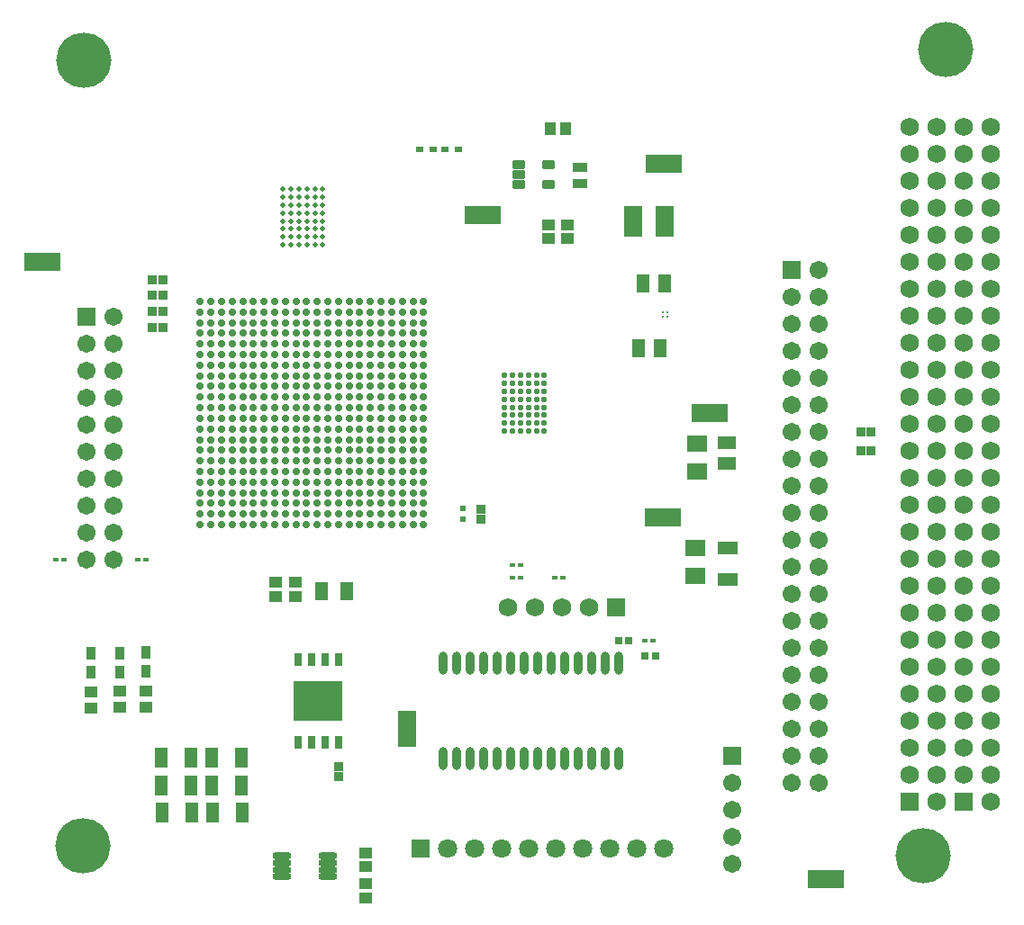
<source format=gbr>
%TF.GenerationSoftware,Altium Limited,Altium Designer,21.5.1 (32)*%
G04 Layer_Color=8388736*
%FSLAX45Y45*%
%MOMM*%
%TF.SameCoordinates,1C786601-62C9-430B-884C-CD9D5B78F05E*%
%TF.FilePolarity,Negative*%
%TF.FileFunction,Soldermask,Top*%
%TF.Part,Single*%
G01*
G75*
%TA.AperFunction,SMDPad,CuDef*%
%ADD13R,3.43000X1.78000*%
%ADD17R,0.50000X0.45000*%
%ADD24R,0.76000X0.72000*%
%ADD26R,0.70000X0.65000*%
%ADD27R,1.78000X3.43000*%
%ADD29R,1.00606X1.30822*%
%ADD30R,1.35000X0.95000*%
%ADD37R,0.50000X0.50000*%
%ADD80R,0.92320X0.96320*%
%ADD82R,0.96320X0.92320*%
%TA.AperFunction,ComponentPad*%
%ADD85R,1.75320X1.75320*%
%ADD86C,1.75320*%
%ADD87C,1.70320*%
%ADD88R,1.70320X1.70320*%
%ADD89C,1.80320*%
%ADD90R,1.80320X1.80320*%
%ADD91R,1.75320X1.75320*%
%ADD92C,5.20320*%
%TA.AperFunction,NonConductor*%
%ADD100C,0.25400*%
%TA.AperFunction,SMDPad,CuDef*%
%ADD104C,0.33000*%
%TA.AperFunction,NonConductor*%
%ADD126R,0.72160X1.01602*%
%ADD127R,1.04953X0.90282*%
%ADD128R,1.10408X1.76426*%
%ADD129R,1.50000X1.50000*%
%ADD130R,1.09227X1.12068*%
%TA.AperFunction,BGAPad,CuDef*%
%ADD131C,0.70320*%
%TA.AperFunction,SMDPad,CuDef*%
%ADD132R,1.15320X1.65320*%
%ADD133R,4.60320X3.70320*%
%ADD134R,0.65320X1.15320*%
%ADD135O,1.80320X0.65320*%
%ADD136O,0.80320X2.20320*%
%ADD137R,1.30320X1.95320*%
%ADD138R,1.30320X1.10320*%
%ADD139R,1.15320X1.75320*%
%ADD140R,1.15320X1.00320*%
%ADD141R,1.80320X3.00320*%
G04:AMPARAMS|DCode=142|XSize=0.8032mm|YSize=1.2032mm|CornerRadius=0.1526mm|HoleSize=0mm|Usage=FLASHONLY|Rotation=90.000|XOffset=0mm|YOffset=0mm|HoleType=Round|Shape=RoundedRectangle|*
%AMROUNDEDRECTD142*
21,1,0.80320,0.89800,0,0,90.0*
21,1,0.49800,1.20320,0,0,90.0*
1,1,0.30520,0.44900,0.24900*
1,1,0.30520,0.44900,-0.24900*
1,1,0.30520,-0.44900,-0.24900*
1,1,0.30520,-0.44900,0.24900*
%
%ADD142ROUNDEDRECTD142*%
%ADD143R,1.95320X1.20320*%
%ADD144R,1.65320X1.15320*%
%ADD145R,1.90320X1.55320*%
%ADD146R,0.68320X0.60320*%
%TA.AperFunction,BGAPad,CuDef*%
%ADD147C,0.53320*%
%ADD148C,0.49320*%
%TA.AperFunction,SMDPad,CuDef*%
%ADD149R,1.20320X1.05320*%
%ADD150R,0.90320X1.20320*%
D13*
X2975492Y8915489D02*
D03*
X10334747Y3102031D02*
D03*
X8811603Y9833049D02*
D03*
X7112290Y9352386D02*
D03*
X9249999Y7487498D02*
D03*
X8802011Y6505486D02*
D03*
D17*
X3175193Y6108700D02*
D03*
X3100192D02*
D03*
X7465898Y5941268D02*
D03*
X7390897D02*
D03*
X7788692D02*
D03*
X7863693D02*
D03*
X8711281Y5345897D02*
D03*
X8636279D02*
D03*
X7390897Y6059907D02*
D03*
X7465898D02*
D03*
X3944386Y6108700D02*
D03*
X3869385D02*
D03*
D24*
X8638281Y5208351D02*
D03*
X8734283D02*
D03*
D26*
X8393359Y5345897D02*
D03*
X8488355D02*
D03*
D27*
X6400787Y4520676D02*
D03*
D29*
X7894015Y10165650D02*
D03*
X7748799D02*
D03*
D30*
X8023984Y9652313D02*
D03*
Y9802315D02*
D03*
D37*
X6927555Y6590599D02*
D03*
Y6490599D02*
D03*
D80*
X5756250Y4070345D02*
D03*
Y4166342D02*
D03*
X7093443Y6586774D02*
D03*
Y6490772D02*
D03*
D82*
X4008907Y8596996D02*
D03*
X4008897Y8747420D02*
D03*
X4008902Y8446572D02*
D03*
X4008897Y8296143D02*
D03*
X10761208Y7313900D02*
D03*
Y7137400D02*
D03*
X10665206Y7313900D02*
D03*
Y7137400D02*
D03*
X4104899Y8747420D02*
D03*
X4104909Y8596996D02*
D03*
X4104899Y8296143D02*
D03*
X4104904Y8446572D02*
D03*
D85*
X11633200Y3835400D02*
D03*
X11125200D02*
D03*
D86*
X11633200Y4089400D02*
D03*
Y4343400D02*
D03*
Y4597400D02*
D03*
Y4851400D02*
D03*
Y5105400D02*
D03*
Y5359400D02*
D03*
Y5613400D02*
D03*
Y5867400D02*
D03*
Y6121400D02*
D03*
Y6375400D02*
D03*
Y6629400D02*
D03*
Y6883400D02*
D03*
Y7137400D02*
D03*
Y7391400D02*
D03*
Y7645400D02*
D03*
Y7899400D02*
D03*
Y8153400D02*
D03*
Y8407400D02*
D03*
Y8661400D02*
D03*
Y8915400D02*
D03*
Y9169400D02*
D03*
Y9423400D02*
D03*
Y9677400D02*
D03*
Y9931400D02*
D03*
Y10185400D02*
D03*
X11887200Y3835400D02*
D03*
Y4089400D02*
D03*
Y4343400D02*
D03*
Y4597400D02*
D03*
Y4851400D02*
D03*
Y5105400D02*
D03*
Y5359400D02*
D03*
Y5613400D02*
D03*
Y5867400D02*
D03*
Y6121400D02*
D03*
Y6375400D02*
D03*
Y6629400D02*
D03*
Y6883400D02*
D03*
Y7137400D02*
D03*
Y7391400D02*
D03*
Y7645400D02*
D03*
Y7899400D02*
D03*
Y8153400D02*
D03*
Y8407400D02*
D03*
Y8661400D02*
D03*
Y8915400D02*
D03*
Y9169400D02*
D03*
Y9423400D02*
D03*
Y9677400D02*
D03*
Y9931400D02*
D03*
Y10185400D02*
D03*
X11379200D02*
D03*
Y9931400D02*
D03*
Y9677400D02*
D03*
Y9423400D02*
D03*
Y9169400D02*
D03*
Y8915400D02*
D03*
Y8661400D02*
D03*
Y8407400D02*
D03*
Y8153400D02*
D03*
Y7899400D02*
D03*
Y7645400D02*
D03*
Y7391400D02*
D03*
Y6883400D02*
D03*
Y6629400D02*
D03*
Y6375400D02*
D03*
Y6121400D02*
D03*
Y5867400D02*
D03*
Y5613400D02*
D03*
Y5359400D02*
D03*
Y5105400D02*
D03*
Y4851400D02*
D03*
Y4597400D02*
D03*
Y4343400D02*
D03*
Y4089400D02*
D03*
Y3835400D02*
D03*
X11125200Y10185400D02*
D03*
Y9931400D02*
D03*
Y9677400D02*
D03*
Y9423400D02*
D03*
Y9169400D02*
D03*
Y8915400D02*
D03*
Y8661400D02*
D03*
Y8407400D02*
D03*
Y8153400D02*
D03*
Y7899400D02*
D03*
Y7645400D02*
D03*
Y7391400D02*
D03*
Y6883400D02*
D03*
Y6629400D02*
D03*
Y6375400D02*
D03*
Y6121400D02*
D03*
Y5867400D02*
D03*
Y5613400D02*
D03*
Y5359400D02*
D03*
Y5105400D02*
D03*
Y4851400D02*
D03*
Y4597400D02*
D03*
Y4343400D02*
D03*
Y4089400D02*
D03*
X11379200Y7137400D02*
D03*
X11125200D02*
D03*
X7350902Y5666110D02*
D03*
X7604902D02*
D03*
X7858902D02*
D03*
X8112902D02*
D03*
D87*
X9459628Y4007665D02*
D03*
Y3245665D02*
D03*
Y3499665D02*
D03*
Y3753665D02*
D03*
X10274300Y4013200D02*
D03*
X10020300D02*
D03*
X10274300Y4267200D02*
D03*
X10020300D02*
D03*
X10274300Y4521200D02*
D03*
X10020300D02*
D03*
X10274300Y4775200D02*
D03*
X10020300D02*
D03*
X10274300Y5029200D02*
D03*
X10020300D02*
D03*
X10274300Y5283200D02*
D03*
X10020300D02*
D03*
X10274300Y5537200D02*
D03*
X10020300D02*
D03*
X10274300Y5791200D02*
D03*
X10020300D02*
D03*
X10274300Y6045200D02*
D03*
X10020300D02*
D03*
X10274300Y6299200D02*
D03*
X10020300D02*
D03*
X10274300Y6553200D02*
D03*
X10020300D02*
D03*
X10274300Y6807200D02*
D03*
X10020300D02*
D03*
X10274300Y7061200D02*
D03*
X10020300D02*
D03*
X10274300Y7315200D02*
D03*
X10020300D02*
D03*
X10274300Y7569200D02*
D03*
X10020300D02*
D03*
X10274300Y7823200D02*
D03*
X10020300D02*
D03*
X10274300Y8077200D02*
D03*
X10020300D02*
D03*
X10274300Y8331200D02*
D03*
X10020300D02*
D03*
X10274300Y8585200D02*
D03*
X10020300D02*
D03*
X10274300Y8839200D02*
D03*
X3644900Y8394700D02*
D03*
X3390900Y8140700D02*
D03*
X3644900D02*
D03*
X3390900Y7886700D02*
D03*
X3644900D02*
D03*
X3390900Y7632700D02*
D03*
X3644900D02*
D03*
X3390900Y7378700D02*
D03*
X3644900D02*
D03*
X3390900Y7124700D02*
D03*
X3644900D02*
D03*
X3390900Y6870700D02*
D03*
X3644900D02*
D03*
X3390900Y6616700D02*
D03*
X3644900D02*
D03*
X3390900Y6362700D02*
D03*
X3644900D02*
D03*
X3390900Y6108700D02*
D03*
X3644900D02*
D03*
D88*
X9459628Y4261665D02*
D03*
X10020300Y8839200D02*
D03*
X3390900Y8394700D02*
D03*
D89*
X8810371Y3395889D02*
D03*
X8556371D02*
D03*
X7794371D02*
D03*
X7286371D02*
D03*
X6778371D02*
D03*
X7032371D02*
D03*
X7540371D02*
D03*
X8048371D02*
D03*
X8302371D02*
D03*
D90*
X6524371D02*
D03*
D91*
X8366902Y5666110D02*
D03*
D92*
X3365500Y10807700D02*
D03*
X11468100Y10909300D02*
D03*
X11252200Y3327400D02*
D03*
X3352800Y3416300D02*
D03*
D100*
X3711452Y6108700D02*
G03*
X3711452Y6108700I-66552J0D01*
G01*
X3457452D02*
G03*
X3457452Y6108700I-66552J0D01*
G01*
X3711452Y6362700D02*
G03*
X3711452Y6362700I-66552J0D01*
G01*
X3457452D02*
G03*
X3457452Y6362700I-66552J0D01*
G01*
X3711452Y6616700D02*
G03*
X3711452Y6616700I-66552J0D01*
G01*
Y6870700D02*
G03*
X3711452Y6870700I-66552J0D01*
G01*
Y7124700D02*
G03*
X3711452Y7124700I-66552J0D01*
G01*
X3457452D02*
G03*
X3457452Y7124700I-66552J0D01*
G01*
X3711452Y7378700D02*
G03*
X3711452Y7378700I-66552J0D01*
G01*
X3457452D02*
G03*
X3457452Y7378700I-66552J0D01*
G01*
X3711452Y7632700D02*
G03*
X3711452Y7632700I-66552J0D01*
G01*
X3457452D02*
G03*
X3457452Y7632700I-66552J0D01*
G01*
X3711452Y7886700D02*
G03*
X3711452Y7886700I-66552J0D01*
G01*
X3457452D02*
G03*
X3457452Y7886700I-66552J0D01*
G01*
X3711452Y8140700D02*
G03*
X3711452Y8140700I-66552J0D01*
G01*
X3457452D02*
G03*
X3457452Y8140700I-66552J0D01*
G01*
X3711452Y8394700D02*
G03*
X3711452Y8394700I-66552J0D01*
G01*
X9526180Y3245665D02*
G03*
X9526180Y3245665I-66552J0D01*
G01*
Y3499665D02*
G03*
X9526180Y3499665I-66552J0D01*
G01*
Y3753665D02*
G03*
X9526180Y3753665I-66552J0D01*
G01*
Y4007665D02*
G03*
X9526180Y4007665I-66552J0D01*
G01*
X10340852Y4013200D02*
G03*
X10340852Y4013200I-66552J0D01*
G01*
X10086852D02*
G03*
X10086852Y4013200I-66552J0D01*
G01*
X10340852Y4267200D02*
G03*
X10340852Y4267200I-66552J0D01*
G01*
X10086852D02*
G03*
X10086852Y4267200I-66552J0D01*
G01*
X10340852Y4521200D02*
G03*
X10340852Y4521200I-66552J0D01*
G01*
X10086852D02*
G03*
X10086852Y4521200I-66552J0D01*
G01*
X10340852Y4775200D02*
G03*
X10340852Y4775200I-66552J0D01*
G01*
X10086852D02*
G03*
X10086852Y4775200I-66552J0D01*
G01*
X10340852Y5029200D02*
G03*
X10340852Y5029200I-66552J0D01*
G01*
X10086852D02*
G03*
X10086852Y5029200I-66552J0D01*
G01*
X10340852Y5283200D02*
G03*
X10340852Y5283200I-66552J0D01*
G01*
X10086852D02*
G03*
X10086852Y5283200I-66552J0D01*
G01*
X10340852Y5537200D02*
G03*
X10340852Y5537200I-66552J0D01*
G01*
X10086852D02*
G03*
X10086852Y5537200I-66552J0D01*
G01*
X10340852Y5791200D02*
G03*
X10340852Y5791200I-66552J0D01*
G01*
X10086852D02*
G03*
X10086852Y5791200I-66552J0D01*
G01*
X10340852Y6045200D02*
G03*
X10340852Y6045200I-66552J0D01*
G01*
X10086852D02*
G03*
X10086852Y6045200I-66552J0D01*
G01*
X10340852Y6299200D02*
G03*
X10340852Y6299200I-66552J0D01*
G01*
X10086852D02*
G03*
X10086852Y6299200I-66552J0D01*
G01*
X10340852Y6553200D02*
G03*
X10340852Y6553200I-66552J0D01*
G01*
X10086852D02*
G03*
X10086852Y6553200I-66552J0D01*
G01*
X10340852Y6807200D02*
G03*
X10340852Y6807200I-66552J0D01*
G01*
X10086852D02*
G03*
X10086852Y6807200I-66552J0D01*
G01*
X10340852Y7061200D02*
G03*
X10340852Y7061200I-66552J0D01*
G01*
X10086852D02*
G03*
X10086852Y7061200I-66552J0D01*
G01*
X10340852Y7315200D02*
G03*
X10340852Y7315200I-66552J0D01*
G01*
X10086852D02*
G03*
X10086852Y7315200I-66552J0D01*
G01*
X10340852Y7569200D02*
G03*
X10340852Y7569200I-66552J0D01*
G01*
X10086852D02*
G03*
X10086852Y7569200I-66552J0D01*
G01*
X10340852Y7823200D02*
G03*
X10340852Y7823200I-66552J0D01*
G01*
X10086852D02*
G03*
X10086852Y7823200I-66552J0D01*
G01*
X10340852Y8077200D02*
G03*
X10340852Y8077200I-66552J0D01*
G01*
X10086852D02*
G03*
X10086852Y8077200I-66552J0D01*
G01*
X10340852Y8331200D02*
G03*
X10340852Y8331200I-66552J0D01*
G01*
X10086852D02*
G03*
X10086852Y8331200I-66552J0D01*
G01*
X10341166Y8839200D02*
G03*
X10341166Y8839200I-66552J0D01*
G01*
X10340613Y8585200D02*
G03*
X10340613Y8585200I-66552J0D01*
G01*
X10086852D02*
G03*
X10086852Y8585200I-66552J0D01*
G01*
D104*
X8809469Y8394958D02*
D03*
Y8434958D02*
D03*
X8849469Y8394958D02*
D03*
Y8434958D02*
D03*
D126*
X3947141Y5239549D02*
D03*
X3945145Y5060014D02*
D03*
X3701660Y5227724D02*
D03*
X3699665Y5048190D02*
D03*
X3430028D02*
D03*
X3432023Y5227724D02*
D03*
D127*
X3431790Y4865627D02*
D03*
X3701427Y4874435D02*
D03*
X3946557Y4874236D02*
D03*
Y4724901D02*
D03*
X3701427Y4723699D02*
D03*
X3431790Y4716892D02*
D03*
D128*
X4563493Y4248293D02*
D03*
X4844109D02*
D03*
Y4250736D02*
D03*
X4563493D02*
D03*
X4843524Y3987867D02*
D03*
X4562908D02*
D03*
X4852302Y3727441D02*
D03*
X4571686D02*
D03*
X4097094D02*
D03*
X4377711D02*
D03*
X4088316Y3987867D02*
D03*
X4368932D02*
D03*
X4088901Y4250736D02*
D03*
X4369517D02*
D03*
Y4248293D02*
D03*
X4088901D02*
D03*
D129*
X3390900Y8394700D02*
D03*
X9459628Y4261665D02*
D03*
X10020300Y8839200D02*
D03*
D130*
X3644540Y6109799D02*
D03*
X3390540D02*
D03*
X3644540Y6363799D02*
D03*
X3390540D02*
D03*
X3644540Y6617799D02*
D03*
Y6871799D02*
D03*
Y7125799D02*
D03*
X3390540D02*
D03*
X3644540Y7379799D02*
D03*
X3390540D02*
D03*
X3644540Y7633799D02*
D03*
X3390540D02*
D03*
X3644540Y7887799D02*
D03*
X3390540D02*
D03*
X3644540Y8141799D02*
D03*
X3390540D02*
D03*
X3644540Y8395799D02*
D03*
X9459268Y3246764D02*
D03*
Y3500764D02*
D03*
Y3754764D02*
D03*
Y4008764D02*
D03*
X10273940Y4014299D02*
D03*
X10019940D02*
D03*
X10273940Y4268299D02*
D03*
X10019940D02*
D03*
X10273940Y4522299D02*
D03*
X10019940D02*
D03*
X10273940Y4776299D02*
D03*
X10019940D02*
D03*
X10273940Y5030299D02*
D03*
X10019940D02*
D03*
X10273940Y5284299D02*
D03*
X10019940D02*
D03*
X10273940Y5538299D02*
D03*
X10019940D02*
D03*
X10273940Y5792299D02*
D03*
X10019940D02*
D03*
X10273940Y6046299D02*
D03*
X10019940D02*
D03*
X10273940Y6300299D02*
D03*
X10019940D02*
D03*
X10273940Y6554299D02*
D03*
X10019940D02*
D03*
X10273940Y6808299D02*
D03*
X10019940D02*
D03*
X10273940Y7062299D02*
D03*
X10019940D02*
D03*
X10273940Y7316299D02*
D03*
X10019940D02*
D03*
X10273940Y7570299D02*
D03*
X10019940D02*
D03*
X10273940Y7824299D02*
D03*
X10019940D02*
D03*
X10273940Y8078299D02*
D03*
X10019940D02*
D03*
X10273940Y8332299D02*
D03*
X10019940D02*
D03*
X10274254Y8840299D02*
D03*
X10273701Y8586299D02*
D03*
X10019940D02*
D03*
D131*
X6556995Y6440602D02*
D03*
X5856996Y8340598D02*
D03*
X6356995Y7740599D02*
D03*
Y7840599D02*
D03*
X5656997Y7740599D02*
D03*
X5556997D02*
D03*
X5456997D02*
D03*
X6356995Y7240600D02*
D03*
X5756996Y7440600D02*
D03*
X6356995Y7140600D02*
D03*
X5856996Y6640601D02*
D03*
X5756996Y7640599D02*
D03*
Y7540600D02*
D03*
Y7340600D02*
D03*
X5656997Y7240600D02*
D03*
X5556997D02*
D03*
X5456997D02*
D03*
X5156998Y8340598D02*
D03*
X5356997Y7740599D02*
D03*
X5256997Y7640599D02*
D03*
Y7540600D02*
D03*
X4656999Y7840599D02*
D03*
Y7740599D02*
D03*
X5256997Y7440600D02*
D03*
X5356997Y7240600D02*
D03*
X5256997Y7340600D02*
D03*
X5156998Y6640601D02*
D03*
X4656999Y7240600D02*
D03*
Y7140600D02*
D03*
X6556995Y8340598D02*
D03*
X6456995Y8440598D02*
D03*
X6356995Y8540603D02*
D03*
X5956996Y8040599D02*
D03*
X6056996D02*
D03*
X5856996Y7840599D02*
D03*
X6056996D02*
D03*
X5856996Y7740599D02*
D03*
Y7640599D02*
D03*
X4656999Y8540603D02*
D03*
X4556999Y8440598D02*
D03*
X4956998Y8040599D02*
D03*
X4456999Y8340598D02*
D03*
X5656997Y7840599D02*
D03*
X5756996D02*
D03*
X5256997D02*
D03*
X5356997D02*
D03*
X5156998D02*
D03*
Y7740599D02*
D03*
Y7640599D02*
D03*
X6056996Y6940601D02*
D03*
X5856996Y7340600D02*
D03*
Y7240600D02*
D03*
Y7140600D02*
D03*
X5756996D02*
D03*
X6556995Y6640601D02*
D03*
X6456995Y6540602D02*
D03*
X6356995Y6440602D02*
D03*
X5256997Y7140600D02*
D03*
X5356997D02*
D03*
X5156998Y7240600D02*
D03*
Y7140600D02*
D03*
X5656997D02*
D03*
X5156998Y7340600D02*
D03*
X4956998Y6940601D02*
D03*
X4556999Y6540602D02*
D03*
X4656999Y6440602D02*
D03*
X4456999Y6640601D02*
D03*
Y6440602D02*
D03*
Y6540602D02*
D03*
Y6740601D02*
D03*
Y6840601D02*
D03*
Y6940601D02*
D03*
Y7040601D02*
D03*
Y7140600D02*
D03*
Y7240600D02*
D03*
Y7340600D02*
D03*
Y7440600D02*
D03*
Y7540600D02*
D03*
Y7640599D02*
D03*
Y7740599D02*
D03*
Y7840599D02*
D03*
Y7940599D02*
D03*
Y8040599D02*
D03*
Y8140598D02*
D03*
Y8240598D02*
D03*
Y8440598D02*
D03*
Y8540603D02*
D03*
X4556999Y6440602D02*
D03*
Y6640601D02*
D03*
Y6740601D02*
D03*
Y6840601D02*
D03*
Y6940601D02*
D03*
Y7040601D02*
D03*
Y7140600D02*
D03*
Y7240600D02*
D03*
Y7340600D02*
D03*
Y7440600D02*
D03*
Y7540600D02*
D03*
Y7640599D02*
D03*
Y7740599D02*
D03*
Y7840599D02*
D03*
Y7940599D02*
D03*
Y8040599D02*
D03*
Y8140598D02*
D03*
Y8240598D02*
D03*
Y8340598D02*
D03*
Y8540603D02*
D03*
X4656999Y6540602D02*
D03*
Y6640601D02*
D03*
Y6740601D02*
D03*
Y6840601D02*
D03*
Y6940601D02*
D03*
Y7040601D02*
D03*
Y7340600D02*
D03*
Y7440600D02*
D03*
Y7540600D02*
D03*
Y7640599D02*
D03*
Y7940599D02*
D03*
Y8040599D02*
D03*
Y8140598D02*
D03*
Y8240598D02*
D03*
Y8340598D02*
D03*
Y8440598D02*
D03*
X4756998Y6440602D02*
D03*
Y6540602D02*
D03*
Y6640601D02*
D03*
Y6740601D02*
D03*
Y6840601D02*
D03*
Y6940601D02*
D03*
Y7040601D02*
D03*
Y7140600D02*
D03*
Y7240600D02*
D03*
Y7340600D02*
D03*
Y7440600D02*
D03*
Y7540600D02*
D03*
Y7640599D02*
D03*
Y7740599D02*
D03*
Y7840599D02*
D03*
Y7940599D02*
D03*
Y8040599D02*
D03*
Y8140598D02*
D03*
Y8240598D02*
D03*
Y8340598D02*
D03*
Y8440598D02*
D03*
Y8540603D02*
D03*
X4856998Y6440602D02*
D03*
Y6540602D02*
D03*
Y6640601D02*
D03*
Y6740601D02*
D03*
Y6840601D02*
D03*
Y6940601D02*
D03*
Y7040601D02*
D03*
Y7140600D02*
D03*
Y7240600D02*
D03*
Y7340600D02*
D03*
Y7440600D02*
D03*
Y7540600D02*
D03*
Y7640599D02*
D03*
Y7740599D02*
D03*
Y7840599D02*
D03*
Y7940599D02*
D03*
Y8040599D02*
D03*
Y8140598D02*
D03*
Y8240598D02*
D03*
Y8340598D02*
D03*
Y8440598D02*
D03*
Y8540603D02*
D03*
X4956998Y6440602D02*
D03*
Y6540602D02*
D03*
Y6640601D02*
D03*
Y6740601D02*
D03*
Y6840601D02*
D03*
Y7040601D02*
D03*
Y7140600D02*
D03*
Y7240600D02*
D03*
Y7340600D02*
D03*
Y7440600D02*
D03*
Y7540600D02*
D03*
Y7640599D02*
D03*
Y7740599D02*
D03*
Y7840599D02*
D03*
Y7940599D02*
D03*
Y8140598D02*
D03*
Y8240598D02*
D03*
Y8340598D02*
D03*
Y8440598D02*
D03*
Y8540603D02*
D03*
X5056998Y6440602D02*
D03*
Y6540602D02*
D03*
Y6640601D02*
D03*
Y6740601D02*
D03*
Y6840601D02*
D03*
Y6940601D02*
D03*
Y7040601D02*
D03*
Y7140600D02*
D03*
Y7240600D02*
D03*
Y7340600D02*
D03*
Y7440600D02*
D03*
Y7540600D02*
D03*
Y7640599D02*
D03*
Y7740599D02*
D03*
Y7840599D02*
D03*
Y7940599D02*
D03*
Y8040599D02*
D03*
Y8140598D02*
D03*
Y8240598D02*
D03*
Y8340598D02*
D03*
Y8440598D02*
D03*
Y8540603D02*
D03*
X5156998Y6440602D02*
D03*
Y6540602D02*
D03*
Y6740601D02*
D03*
Y6840601D02*
D03*
Y6940601D02*
D03*
Y7040601D02*
D03*
Y7440600D02*
D03*
Y7540600D02*
D03*
Y7940599D02*
D03*
Y8040599D02*
D03*
Y8140598D02*
D03*
Y8240598D02*
D03*
Y8440598D02*
D03*
Y8540603D02*
D03*
X5256997Y6440602D02*
D03*
Y6540602D02*
D03*
Y6640601D02*
D03*
Y6740601D02*
D03*
Y6840601D02*
D03*
Y6940601D02*
D03*
Y7040601D02*
D03*
Y7240600D02*
D03*
Y7740599D02*
D03*
Y7940599D02*
D03*
Y8040599D02*
D03*
Y8140598D02*
D03*
Y8240598D02*
D03*
Y8340598D02*
D03*
Y8440598D02*
D03*
Y8540603D02*
D03*
X5356997Y6440602D02*
D03*
Y6540602D02*
D03*
Y6640601D02*
D03*
Y6740601D02*
D03*
Y6840601D02*
D03*
Y6940601D02*
D03*
Y7040601D02*
D03*
Y7340600D02*
D03*
Y7440600D02*
D03*
Y7540600D02*
D03*
Y7640599D02*
D03*
Y7940599D02*
D03*
Y8040599D02*
D03*
Y8140598D02*
D03*
Y8240598D02*
D03*
Y8340598D02*
D03*
Y8440598D02*
D03*
Y8540603D02*
D03*
X5456997Y6440602D02*
D03*
Y6540602D02*
D03*
Y6640601D02*
D03*
Y6740601D02*
D03*
Y6840601D02*
D03*
Y6940601D02*
D03*
Y7040601D02*
D03*
Y7140600D02*
D03*
Y7340600D02*
D03*
Y7440600D02*
D03*
Y7540600D02*
D03*
Y7640599D02*
D03*
Y7840599D02*
D03*
Y7940599D02*
D03*
Y8040599D02*
D03*
Y8140598D02*
D03*
Y8240598D02*
D03*
Y8340598D02*
D03*
Y8440598D02*
D03*
Y8540603D02*
D03*
X5556997Y6440602D02*
D03*
Y6540602D02*
D03*
Y6640601D02*
D03*
Y6740601D02*
D03*
Y6840601D02*
D03*
Y6940601D02*
D03*
Y7040601D02*
D03*
Y7140600D02*
D03*
Y7340600D02*
D03*
Y7440600D02*
D03*
Y7540600D02*
D03*
Y7640599D02*
D03*
Y7840599D02*
D03*
Y7940599D02*
D03*
Y8040599D02*
D03*
Y8140598D02*
D03*
Y8240598D02*
D03*
Y8340598D02*
D03*
Y8440598D02*
D03*
Y8540603D02*
D03*
X5656997Y6440602D02*
D03*
Y6540602D02*
D03*
Y6640601D02*
D03*
Y6740601D02*
D03*
Y6840601D02*
D03*
Y6940601D02*
D03*
Y7040601D02*
D03*
Y7340600D02*
D03*
Y7440600D02*
D03*
Y7540600D02*
D03*
Y7640599D02*
D03*
Y7940599D02*
D03*
Y8040599D02*
D03*
Y8140598D02*
D03*
Y8240598D02*
D03*
Y8340598D02*
D03*
Y8440598D02*
D03*
Y8540603D02*
D03*
X5756996Y6440602D02*
D03*
Y6540602D02*
D03*
Y6640601D02*
D03*
Y6740601D02*
D03*
Y6840601D02*
D03*
Y6940601D02*
D03*
Y7040601D02*
D03*
Y7240600D02*
D03*
Y7740599D02*
D03*
Y7940599D02*
D03*
Y8040599D02*
D03*
Y8140598D02*
D03*
Y8240598D02*
D03*
Y8340598D02*
D03*
Y8440598D02*
D03*
Y8540603D02*
D03*
X5856996Y6440602D02*
D03*
Y6540602D02*
D03*
Y6740601D02*
D03*
Y6840601D02*
D03*
Y6940601D02*
D03*
Y7040601D02*
D03*
Y7440600D02*
D03*
Y7540600D02*
D03*
Y7940599D02*
D03*
Y8040599D02*
D03*
Y8140598D02*
D03*
Y8240598D02*
D03*
Y8440598D02*
D03*
Y8540603D02*
D03*
X5956996Y6440602D02*
D03*
Y6540602D02*
D03*
Y6640601D02*
D03*
Y6740601D02*
D03*
Y6840601D02*
D03*
Y6940601D02*
D03*
Y7040601D02*
D03*
Y7140600D02*
D03*
Y7240600D02*
D03*
Y7340600D02*
D03*
Y7440600D02*
D03*
Y7540600D02*
D03*
Y7640599D02*
D03*
Y7740599D02*
D03*
Y7840599D02*
D03*
Y7940599D02*
D03*
Y8140598D02*
D03*
Y8240598D02*
D03*
Y8340598D02*
D03*
Y8440598D02*
D03*
Y8540603D02*
D03*
X6056996Y6440602D02*
D03*
Y6540602D02*
D03*
Y6640601D02*
D03*
Y6740601D02*
D03*
Y6840601D02*
D03*
Y7040601D02*
D03*
Y7140600D02*
D03*
Y7240600D02*
D03*
Y7340600D02*
D03*
Y7440600D02*
D03*
Y7540600D02*
D03*
Y7640599D02*
D03*
Y7740599D02*
D03*
Y7940599D02*
D03*
Y8140598D02*
D03*
Y8240598D02*
D03*
Y8340598D02*
D03*
Y8440598D02*
D03*
Y8540603D02*
D03*
X6156996Y6440602D02*
D03*
Y6540602D02*
D03*
Y6640601D02*
D03*
Y6740601D02*
D03*
Y6840601D02*
D03*
Y6940601D02*
D03*
Y7040601D02*
D03*
Y7140600D02*
D03*
Y7240600D02*
D03*
Y7340600D02*
D03*
Y7440600D02*
D03*
Y7540600D02*
D03*
Y7640599D02*
D03*
Y7740599D02*
D03*
Y7840599D02*
D03*
Y7940599D02*
D03*
Y8040599D02*
D03*
Y8140598D02*
D03*
Y8240598D02*
D03*
Y8340598D02*
D03*
Y8440598D02*
D03*
Y8540603D02*
D03*
X6256995Y6440602D02*
D03*
Y6540602D02*
D03*
Y6640601D02*
D03*
Y6740601D02*
D03*
Y6840601D02*
D03*
Y6940601D02*
D03*
Y7040601D02*
D03*
Y7140600D02*
D03*
Y7240600D02*
D03*
Y7340600D02*
D03*
Y7440600D02*
D03*
Y7540600D02*
D03*
Y7640599D02*
D03*
Y7740599D02*
D03*
Y7840599D02*
D03*
Y7940599D02*
D03*
Y8040599D02*
D03*
Y8140598D02*
D03*
Y8240598D02*
D03*
Y8340598D02*
D03*
Y8440598D02*
D03*
Y8540603D02*
D03*
X6356995Y6540602D02*
D03*
Y6640601D02*
D03*
Y6740601D02*
D03*
Y6840601D02*
D03*
Y6940601D02*
D03*
Y7040601D02*
D03*
Y7340600D02*
D03*
Y7440600D02*
D03*
Y7540600D02*
D03*
Y7640599D02*
D03*
Y7940599D02*
D03*
Y8040599D02*
D03*
Y8140598D02*
D03*
Y8240598D02*
D03*
Y8340598D02*
D03*
Y8440598D02*
D03*
X6456995Y6440602D02*
D03*
Y6640601D02*
D03*
Y6740601D02*
D03*
Y6840601D02*
D03*
Y6940601D02*
D03*
Y7040601D02*
D03*
Y7140600D02*
D03*
Y7240600D02*
D03*
Y7340600D02*
D03*
Y7440600D02*
D03*
Y7540600D02*
D03*
Y7640599D02*
D03*
Y7740599D02*
D03*
Y7840599D02*
D03*
Y7940599D02*
D03*
Y8040599D02*
D03*
Y8140598D02*
D03*
Y8240598D02*
D03*
Y8340598D02*
D03*
Y8540603D02*
D03*
X6556995Y6540602D02*
D03*
Y6740601D02*
D03*
Y6840601D02*
D03*
Y6940601D02*
D03*
Y7040601D02*
D03*
Y7140600D02*
D03*
Y7240600D02*
D03*
Y7340600D02*
D03*
Y7440600D02*
D03*
Y7540600D02*
D03*
Y7640599D02*
D03*
Y7740599D02*
D03*
Y7840599D02*
D03*
Y7940599D02*
D03*
Y8040599D02*
D03*
Y8140598D02*
D03*
Y8240598D02*
D03*
Y8440598D02*
D03*
Y8540603D02*
D03*
D132*
X8577605Y8102033D02*
D03*
X8777606D02*
D03*
X8621064Y8709245D02*
D03*
X8821064D02*
D03*
D133*
X5565750Y4779061D02*
D03*
D134*
X5629250Y4389064D02*
D03*
X5502250D02*
D03*
X5375250D02*
D03*
Y5169063D02*
D03*
X5502250D02*
D03*
X5629250D02*
D03*
X5756250D02*
D03*
Y4389064D02*
D03*
D135*
X5656067Y3127980D02*
D03*
Y3192978D02*
D03*
Y3257982D02*
D03*
Y3322980D02*
D03*
X5226066Y3127980D02*
D03*
Y3192978D02*
D03*
Y3322980D02*
D03*
Y3257982D02*
D03*
D136*
X8388111Y5138349D02*
D03*
X8261111D02*
D03*
X8134111D02*
D03*
X8007111D02*
D03*
X7880111D02*
D03*
X7753111D02*
D03*
X7626111D02*
D03*
X7499111D02*
D03*
X7372111D02*
D03*
X7245111D02*
D03*
X7118111D02*
D03*
X6991111D02*
D03*
X6864111D02*
D03*
X6737111D02*
D03*
X8388111Y4238346D02*
D03*
X8261111D02*
D03*
X8134111D02*
D03*
X8007111D02*
D03*
X7880111D02*
D03*
X7753111D02*
D03*
X7626111D02*
D03*
X7499111D02*
D03*
X7245111D02*
D03*
X7118111D02*
D03*
X6991111D02*
D03*
X6864111D02*
D03*
X6737111D02*
D03*
X7372111D02*
D03*
D137*
X4089095Y4248739D02*
D03*
X4369095D02*
D03*
X4096878Y3727887D02*
D03*
X4376877D02*
D03*
X4849139D02*
D03*
X4569140D02*
D03*
X4841357Y3988313D02*
D03*
X4561357D02*
D03*
X4841357Y4248739D02*
D03*
X4561357D02*
D03*
X4369095Y3988313D02*
D03*
X4089095D02*
D03*
D138*
X5347802Y5899302D02*
D03*
Y5759298D02*
D03*
X5167798D02*
D03*
Y5899302D02*
D03*
D139*
X5835000Y5817499D02*
D03*
X5599999D02*
D03*
D140*
X6014870Y3351028D02*
D03*
Y3221031D02*
D03*
X7909031Y9263381D02*
D03*
Y9133383D02*
D03*
X7728091Y9133388D02*
D03*
Y9263386D02*
D03*
X6014873Y3060598D02*
D03*
Y2930601D02*
D03*
D141*
X8820261Y9289867D02*
D03*
X8525265D02*
D03*
D142*
X7728091Y9639088D02*
D03*
X7453091Y9829090D02*
D03*
Y9734089D02*
D03*
Y9639088D02*
D03*
X7728091Y9829090D02*
D03*
D143*
X9414995Y6223891D02*
D03*
Y5923887D02*
D03*
D144*
X9407500Y7012498D02*
D03*
Y7212498D02*
D03*
D145*
X9112498Y5961080D02*
D03*
Y6221084D02*
D03*
X9127500Y7203100D02*
D03*
Y6943095D02*
D03*
D146*
X6518732Y9968062D02*
D03*
X6754724D02*
D03*
X6886722D02*
D03*
X6650731D02*
D03*
D147*
X7692598Y7620000D02*
D03*
X7317598Y7544999D02*
D03*
X7692598Y7320001D02*
D03*
X7617602D02*
D03*
X7542601D02*
D03*
X7467600D02*
D03*
X7392599D02*
D03*
X7317598D02*
D03*
X7692598Y7395002D02*
D03*
X7617602D02*
D03*
X7542601D02*
D03*
X7467600D02*
D03*
X7392599D02*
D03*
X7317598D02*
D03*
X7692598Y7469998D02*
D03*
X7617602D02*
D03*
X7542601D02*
D03*
X7467600D02*
D03*
X7392599D02*
D03*
X7317598D02*
D03*
X7692598Y7544999D02*
D03*
X7617602D02*
D03*
X7542601D02*
D03*
X7467600D02*
D03*
X7392599D02*
D03*
X7617602Y7620000D02*
D03*
X7542601D02*
D03*
X7467600D02*
D03*
X7392599D02*
D03*
X7317598D02*
D03*
X7692598Y7695001D02*
D03*
X7617602D02*
D03*
X7542601D02*
D03*
X7467600D02*
D03*
X7392599D02*
D03*
X7317598D02*
D03*
X7692598Y7770002D02*
D03*
X7617602D02*
D03*
X7542601D02*
D03*
X7467600D02*
D03*
X7392599D02*
D03*
X7317598D02*
D03*
X7692598Y7844998D02*
D03*
X7617602D02*
D03*
X7542601D02*
D03*
X7467600D02*
D03*
X7392599D02*
D03*
X7317598D02*
D03*
D148*
X5609798Y9372600D02*
D03*
X5234798Y9297599D02*
D03*
X5609798Y9072601D02*
D03*
X5534802D02*
D03*
X5459801D02*
D03*
X5384800D02*
D03*
X5309799D02*
D03*
X5234798D02*
D03*
X5609798Y9147602D02*
D03*
X5534802D02*
D03*
X5459801D02*
D03*
X5384800D02*
D03*
X5309799D02*
D03*
X5234798D02*
D03*
X5609798Y9222598D02*
D03*
X5534802D02*
D03*
X5459801D02*
D03*
X5384800D02*
D03*
X5309799D02*
D03*
X5234798D02*
D03*
X5609798Y9297599D02*
D03*
X5534802D02*
D03*
X5459801D02*
D03*
X5384800D02*
D03*
X5309799D02*
D03*
X5534802Y9372600D02*
D03*
X5459801D02*
D03*
X5384800D02*
D03*
X5309799D02*
D03*
X5234798D02*
D03*
X5609798Y9447601D02*
D03*
X5534802D02*
D03*
X5459801D02*
D03*
X5384800D02*
D03*
X5309799D02*
D03*
X5234798D02*
D03*
X5609798Y9522602D02*
D03*
X5534802D02*
D03*
X5459801D02*
D03*
X5384800D02*
D03*
X5309799D02*
D03*
X5234798D02*
D03*
X5609798Y9597598D02*
D03*
X5534802D02*
D03*
X5459801D02*
D03*
X5384800D02*
D03*
X5309799D02*
D03*
X5234798D02*
D03*
D149*
X3700916Y4725412D02*
D03*
Y4875415D02*
D03*
X3946046Y4724808D02*
D03*
Y4874810D02*
D03*
X3431280Y4716683D02*
D03*
Y4866685D02*
D03*
D150*
X3431279Y5048364D02*
D03*
Y5228369D02*
D03*
X3946045Y5061186D02*
D03*
Y5241191D02*
D03*
X3700914Y5048334D02*
D03*
Y5228339D02*
D03*
%TF.MD5,b351a52899fbe2cf4d7d13d3bbec55b2*%
M02*

</source>
